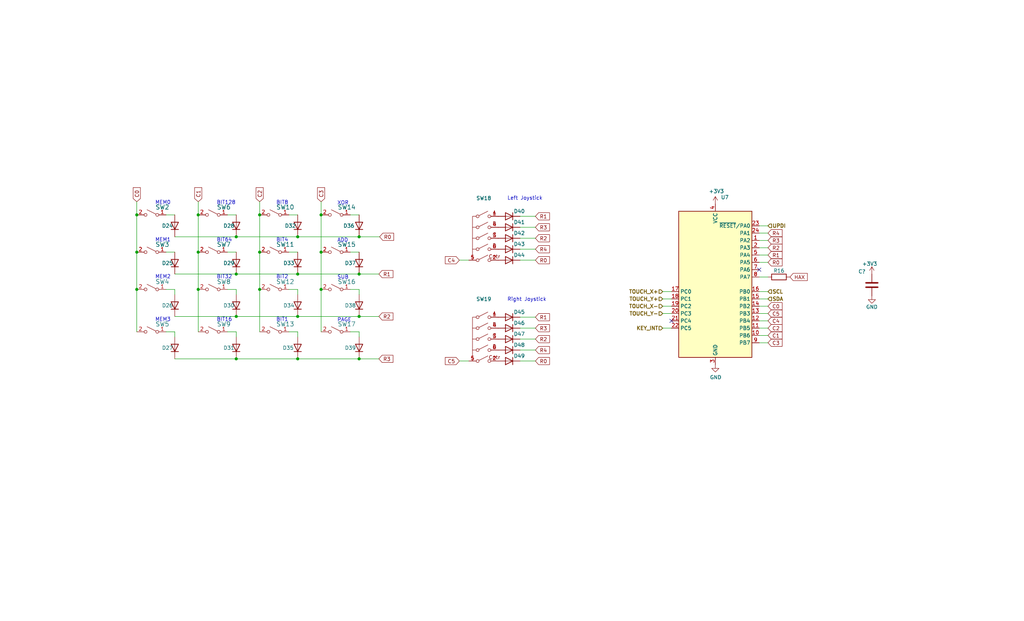
<source format=kicad_sch>
(kicad_sch (version 20211123) (generator eeschema)
  (paper "USLegal")
  (title_block (title "DC801 Badge - BM") (date "2022-09-11") (rev "1.1") (company "DC801") (comment 1 "codename purplewizard") (comment 4 "@hamster and the dc801 badge team"))
  (lib_symbols
    (symbol "Device:C" (pin_numbers hide) (pin_names (offset 0.254))
      (property "Reference" "C" (at 0.635 2.54 0))
      (property "Value" "C" (at 0.635 -2.54 0))
      (symbol "C_0_1"
        (polyline (pts (xy -2.032 -0.762) (xy 2.032 -0.762)) (stroke (width 0.508)))
        (polyline (pts (xy -2.032 0.762) (xy 2.032 0.762)) (stroke (width 0.508)))
      )
      (symbol "C_1_1"
        (pin passive line (at 0 3.81 270) (length 2.794) (name "~") (number "1"))
        (pin passive line (at 0 -3.81 90) (length 2.794) (name "~") (number "2"))
      )
    )
    (symbol "Device:D" (pin_numbers hide) (pin_names (offset 1.016) hide)
      (property "Reference" "D" (at 0 2.54 0))
      (property "Value" "D" (at 0 -2.54 0))
      (symbol "D_0_1"
        (polyline (pts (xy -1.27 1.27) (xy -1.27 -1.27)) (stroke (width 0.254)))
        (polyline (pts (xy 1.27 0) (xy -1.27 0)))
        (polyline (pts (xy 1.27 1.27) (xy 1.27 -1.27) (xy -1.27 0) (xy 1.27 1.27)) (stroke (width 0.254)))
      )
      (symbol "D_1_1"
        (pin passive line (at -3.81 0 0) (length 2.54) (name "K") (number "1"))
        (pin passive line (at 3.81 0 180) (length 2.54) (name "A") (number "2"))
      )
    )
    (symbol "Device:R" (pin_numbers hide) (pin_names (offset 0))
      (property "Reference" "R" (at 2.032 0 90))
      (property "Value" "R" (at 0 0 90))
      (symbol "R_0_1"
        (rectangle (start -1.016 -2.54) (end 1.016 2.54) (stroke (width 0.254)))
      )
      (symbol "R_1_1"
        (pin passive line (at 0 3.81 270) (length 1.27) (name "~") (number "1"))
        (pin passive line (at 0 -3.81 90) (length 1.27) (name "~") (number "2"))
      )
    )
    (symbol "MCU_Microchip_ATtiny:ATtiny1617-M"
      (property "Reference" "U" (at -12.7 26.67 0))
      (property "Value" "ATtiny1617-M" (at 2.54 -26.67 0))
      (symbol "ATtiny1617-M_0_1"
        (rectangle (start -12.7 -25.4) (end 12.7 25.4) (stroke (width 0.254)) (fill (type background)))
      )
      (symbol "ATtiny1617-M_1_1"
        (pin bidirectional line (at 15.24 15.24 180) (length 2.54) (name "PA2") (number "1"))
        (pin bidirectional line (at 15.24 -17.78 180) (length 2.54) (name "PB6") (number "10"))
        (pin bidirectional line (at 15.24 -15.24 180) (length 2.54) (name "PB5") (number "11"))
        (pin bidirectional line (at 15.24 -12.7 180) (length 2.54) (name "PB4") (number "12"))
        (pin bidirectional line (at 15.24 -10.16 180) (length 2.54) (name "PB3") (number "13"))
        (pin bidirectional line (at 15.24 -7.62 180) (length 2.54) (name "PB2") (number "14"))
        (pin bidirectional line (at 15.24 -5.08 180) (length 2.54) (name "PB1") (number "15"))
        (pin bidirectional line (at 15.24 -2.54 180) (length 2.54) (name "PB0") (number "16"))
        (pin bidirectional line (at -15.24 -2.54 0) (length 2.54) (name "PC0") (number "17"))
        (pin bidirectional line (at -15.24 -5.08 0) (length 2.54) (name "PC1") (number "18"))
        (pin bidirectional line (at -15.24 -7.62 0) (length 2.54) (name "PC2") (number "19"))
        (pin bidirectional line (at 15.24 12.7 180) (length 2.54) (name "PA3") (number "2"))
        (pin bidirectional line (at -15.24 -10.16 0) (length 2.54) (name "PC3") (number "20"))
        (pin bidirectional line (at -15.24 -12.7 0) (length 2.54) (name "PC4") (number "21"))
        (pin bidirectional line (at -15.24 -15.24 0) (length 2.54) (name "PC5") (number "22"))
        (pin bidirectional line (at 15.24 20.32 180) (length 2.54) (name "~{RESET}/PA0") (number "23"))
        (pin bidirectional line (at 15.24 17.78 180) (length 2.54) (name "PA1") (number "24"))
        (pin passive line (at 0 -27.94 90) (length 2.54) hide (name "GND") (number "25"))
        (pin power_in line (at 0 -27.94 90) (length 2.54) (name "GND") (number "3"))
        (pin power_in line (at 0 27.94 270) (length 2.54) (name "VCC") (number "4"))
        (pin bidirectional line (at 15.24 10.16 180) (length 2.54) (name "PA4") (number "5"))
        (pin bidirectional line (at 15.24 7.62 180) (length 2.54) (name "PA5") (number "6"))
        (pin bidirectional line (at 15.24 5.08 180) (length 2.54) (name "PA6") (number "7"))
        (pin bidirectional line (at 15.24 2.54 180) (length 2.54) (name "PA7") (number "8"))
        (pin bidirectional line (at 15.24 -20.32 180) (length 2.54) (name "PB7") (number "9"))
      )
    )
    (symbol "SKRHABE010:SKRHABE010" (pin_names (offset 0) hide)
      (property "Reference" "SW" (at 0 10.16 0))
      (property "Value" "SKRHABE010" (at 0 -10.16 0))
      (symbol "SKRHABE010_0_0"
        (circle (center -2.032 -7.62) (radius 0.508))
        (circle (center -2.032 -3.81) (radius 0.508))
        (circle (center -2.032 0) (radius 0.508))
        (circle (center -2.032 3.81) (radius 0.508))
        (circle (center -2.032 7.62) (radius 0.508))
        (polyline (pts (xy -1.524 -7.366) (xy 1.524 -5.842)))
        (polyline (pts (xy -1.524 -3.556) (xy 1.524 -2.032)))
        (polyline (pts (xy -1.524 0.254) (xy 1.524 1.778)))
        (polyline (pts (xy -1.524 4.064) (xy 1.524 5.588)))
        (polyline (pts (xy -1.524 7.874) (xy 1.524 9.398)))
        (polyline (pts (xy -2.54 7.62) (xy -3.81 7.62) (xy -3.81 -7.62)))
        (circle (center 2.032 -7.62) (radius 0.508))
        (circle (center 2.032 -3.81) (radius 0.508))
        (circle (center 2.032 0) (radius 0.508))
        (circle (center 2.032 3.81) (radius 0.508))
        (circle (center 2.032 7.62) (radius 0.508))
        (text "A" (at 3.81 8.89 0) (effects (font (size 1.27 1.27))))
        (text "B" (at 3.81 5.08 0) (effects (font (size 1.27 1.27))))
        (text "C" (at 3.81 1.27 0) (effects (font (size 1.27 1.27))))
        (text "Cntr" (at 3.81 -6.35 0) (effects (font (size 1.27 1.27))))
        (text "D" (at 3.81 -2.54 0) (effects (font (size 1.27 1.27))))
      )
      (symbol "SKRHABE010_0_1"
        (polyline (pts (xy -2.54 -3.81) (xy -3.81 -3.81)))
        (polyline (pts (xy -2.54 0) (xy -3.81 0)))
        (polyline (pts (xy -2.54 3.81) (xy -3.81 3.81)))
      )
      (symbol "SKRHABE010_1_1"
        (pin passive line (at 5.08 7.62 180) (length 2.54) (name "A") (number "1"))
        (pin passive line (at 5.08 -7.62 180) (length 2.54) (name "Center") (number "2"))
        (pin passive line (at 5.08 0 180) (length 2.54) (name "C") (number "3"))
        (pin passive line (at 5.08 3.81 180) (length 2.54) (name "B") (number "4"))
        (pin passive line (at -5.08 -7.62 0) (length 2.54) (name "Common") (number "5"))
        (pin passive line (at 5.08 -3.81 180) (length 2.54) (name "D") (number "6"))
      )
    )
    (symbol "Switch:SW_SPST" (pin_names (offset 0) hide)
      (property "Reference" "SW" (at 0 3.175 0))
      (property "Value" "SW_SPST" (at 0 -2.54 0))
      (symbol "SW_SPST_0_0"
        (circle (center -2.032 0) (radius 0.508))
        (polyline (pts (xy -1.524 0.254) (xy 1.524 1.778)))
        (circle (center 2.032 0) (radius 0.508))
      )
      (symbol "SW_SPST_1_1"
        (pin passive line (at -5.08 0 0) (length 2.54) (name "A") (number "1"))
        (pin passive line (at 5.08 0 180) (length 2.54) (name "B") (number "2"))
      )
    )
    (symbol "power:+3.3V" (power) (pin_names (offset 0))
      (property "Value" "+3.3V" (at 0 3.556 0))
      (symbol "+3.3V_0_1"
        (polyline (pts (xy -0.762 1.27) (xy 0 2.54)))
        (polyline (pts (xy 0 0) (xy 0 2.54)))
        (polyline (pts (xy 0 2.54) (xy 0.762 1.27)))
      )
      (symbol "+3.3V_1_1"
        (pin power_in line (at 0 0 90) (length 0) hide (name "+3V3") (number "1"))
      )
    )
    (symbol "power:+3V3" (power) (pin_names (offset 0))
      (property "Value" "+3V3" (at 0 3.556 0))
      (symbol "+3V3_0_1"
        (polyline (pts (xy -0.762 1.27) (xy 0 2.54)))
        (polyline (pts (xy 0 0) (xy 0 2.54)))
        (polyline (pts (xy 0 2.54) (xy 0.762 1.27)))
      )
      (symbol "+3V3_1_1"
        (pin power_in line (at 0 0 90) (length 0) hide (name "+3V3") (number "1"))
      )
    )
    (symbol "power:GND" (power) (pin_names (offset 0))
      (property "Value" "GND" (at 0 -3.81 0))
      (symbol "GND_0_1"
        (polyline (pts (xy 0 0) (xy 0 -1.27) (xy 1.27 -1.27) (xy 0 -2.54) (xy -1.27 -1.27) (xy 0 -1.27)))
      )
      (symbol "GND_1_1"
        (pin power_in line (at 0 0 270) (length 0) hide (name "GND") (number "1"))
      )
    )
  )
  (junction (at 124.714 109.982))
  (junction (at 103.378 82.296))
  (junction (at 124.714 95.25))
  (junction (at 82.042 95.25))
  (junction (at 103.378 109.982))
  (junction (at 90.17 100.584))
  (junction (at 68.834 100.584))
  (junction (at 124.714 82.296))
  (junction (at 47.498 74.676))
  (junction (at 47.498 87.63))
  (junction (at 111.506 74.676))
  (junction (at 90.17 74.676))
  (junction (at 47.498 100.584))
  (junction (at 68.834 87.63))
  (junction (at 124.714 124.714))
  (junction (at 68.834 74.676))
  (junction (at 82.042 109.982))
  (junction (at 82.042 82.296))
  (junction (at 111.506 100.584))
  (junction (at 82.042 124.714))
  (junction (at 103.378 124.714))
  (junction (at 90.17 87.63))
  (junction (at 103.378 95.25))
  (junction (at 111.506 87.63))
  (no_connect (at 263.652 93.726))
  (no_connect (at 233.172 111.506))
  (wire (pts (xy 47.498 100.584) (xy 47.498 115.316)))
  (wire (pts (xy 60.706 82.296) (xy 82.042 82.296)))
  (wire (pts (xy 230.124 103.886) (xy 233.172 103.886)))
  (wire (pts (xy 230.124 108.966) (xy 233.172 108.966)))
  (wire (pts (xy 103.378 100.584) (xy 103.378 102.362)))
  (wire (pts (xy 111.506 87.63) (xy 111.506 100.584)))
  (wire (pts (xy 100.33 87.63) (xy 103.378 87.63)))
  (wire (pts (xy 90.17 100.584) (xy 90.17 115.316)))
  (wire (pts (xy 180.594 110.236) (xy 185.928 110.236)))
  (wire (pts (xy 82.042 100.584) (xy 82.042 102.362)))
  (wire (pts (xy 68.834 70.104) (xy 68.834 74.676)))
  (wire (pts (xy 266.7 101.346) (xy 263.652 101.346)))
  (wire (pts (xy 263.652 96.266) (xy 266.7 96.266)))
  (wire (pts (xy 263.652 114.046) (xy 266.7 114.046)))
  (wire (pts (xy 100.33 74.676) (xy 103.378 74.676)))
  (wire (pts (xy 180.594 86.614) (xy 185.928 86.614)))
  (wire (pts (xy 124.714 109.982) (xy 131.572 109.982)))
  (wire (pts (xy 103.378 109.982) (xy 124.714 109.982)))
  (wire (pts (xy 60.706 124.714) (xy 82.042 124.714)))
  (wire (pts (xy 82.042 95.25) (xy 103.378 95.25)))
  (wire (pts (xy 159.512 90.424) (xy 162.814 90.424)))
  (wire (pts (xy 121.666 115.316) (xy 124.714 115.316)))
  (wire (pts (xy 111.506 70.104) (xy 111.506 74.676)))
  (wire (pts (xy 124.714 82.296) (xy 131.826 82.296)))
  (wire (pts (xy 68.834 100.584) (xy 68.834 115.316)))
  (wire (pts (xy 263.652 119.126) (xy 266.7 119.126)))
  (wire (pts (xy 57.658 74.676) (xy 60.706 74.676)))
  (wire (pts (xy 121.666 87.63) (xy 124.714 87.63)))
  (wire (pts (xy 100.33 115.316) (xy 103.378 115.316)))
  (wire (pts (xy 185.928 90.424) (xy 180.594 90.424)))
  (wire (pts (xy 82.042 109.982) (xy 103.378 109.982)))
  (wire (pts (xy 266.7 81.026) (xy 263.652 81.026)))
  (wire (pts (xy 266.7 103.886) (xy 263.652 103.886)))
  (wire (pts (xy 266.7 83.566) (xy 263.652 83.566)))
  (wire (pts (xy 263.652 88.646) (xy 266.7 88.646)))
  (wire (pts (xy 263.652 111.506) (xy 266.7 111.506)))
  (wire (pts (xy 230.124 101.346) (xy 233.172 101.346)))
  (wire (pts (xy 60.706 109.982) (xy 82.042 109.982)))
  (wire (pts (xy 180.594 75.184) (xy 185.928 75.184)))
  (wire (pts (xy 90.17 70.104) (xy 90.17 74.676)))
  (wire (pts (xy 124.714 124.714) (xy 131.572 124.714)))
  (wire (pts (xy 78.994 115.316) (xy 82.042 115.316)))
  (wire (pts (xy 82.042 124.714) (xy 103.378 124.714)))
  (wire (pts (xy 230.124 106.426) (xy 233.172 106.426)))
  (wire (pts (xy 103.378 124.714) (xy 124.714 124.714)))
  (wire (pts (xy 124.714 95.25) (xy 131.572 95.25)))
  (wire (pts (xy 121.666 74.676) (xy 124.714 74.676)))
  (wire (pts (xy 103.378 95.25) (xy 124.714 95.25)))
  (wire (pts (xy 90.17 87.63) (xy 90.17 100.584)))
  (wire (pts (xy 266.7 91.186) (xy 263.652 91.186)))
  (wire (pts (xy 124.714 115.316) (xy 124.714 117.094)))
  (wire (pts (xy 78.994 74.676) (xy 82.042 74.676)))
  (wire (pts (xy 230.124 114.046) (xy 233.172 114.046)))
  (wire (pts (xy 266.7 78.486) (xy 263.652 78.486)))
  (wire (pts (xy 82.042 82.296) (xy 103.378 82.296)))
  (wire (pts (xy 180.594 82.804) (xy 185.928 82.804)))
  (wire (pts (xy 78.994 100.584) (xy 82.042 100.584)))
  (wire (pts (xy 57.658 87.63) (xy 60.706 87.63)))
  (wire (pts (xy 121.666 100.584) (xy 124.714 100.584)))
  (wire (pts (xy 266.7 108.966) (xy 263.652 108.966)))
  (wire (pts (xy 60.706 100.584) (xy 60.706 102.362)))
  (wire (pts (xy 82.042 115.316) (xy 82.042 117.094)))
  (wire (pts (xy 47.498 74.676) (xy 47.498 87.63)))
  (wire (pts (xy 124.714 100.584) (xy 124.714 102.362)))
  (wire (pts (xy 47.498 87.63) (xy 47.498 100.584)))
  (wire (pts (xy 90.17 74.676) (xy 90.17 87.63)))
  (wire (pts (xy 266.7 106.426) (xy 263.652 106.426)))
  (wire (pts (xy 180.594 114.046) (xy 185.928 114.046)))
  (wire (pts (xy 68.834 87.63) (xy 68.834 100.584)))
  (wire (pts (xy 100.33 100.584) (xy 103.378 100.584)))
  (wire (pts (xy 78.994 87.63) (xy 82.042 87.63)))
  (wire (pts (xy 103.378 115.316) (xy 103.378 117.094)))
  (wire (pts (xy 180.594 117.856) (xy 185.928 117.856)))
  (wire (pts (xy 263.652 116.586) (xy 266.7 116.586)))
  (wire (pts (xy 57.658 100.584) (xy 60.706 100.584)))
  (wire (pts (xy 103.378 82.296) (xy 124.714 82.296)))
  (wire (pts (xy 57.658 115.316) (xy 60.706 115.316)))
  (wire (pts (xy 180.594 121.666) (xy 185.928 121.666)))
  (wire (pts (xy 180.594 78.994) (xy 185.928 78.994)))
  (wire (pts (xy 60.706 115.316) (xy 60.706 117.094)))
  (wire (pts (xy 47.498 70.104) (xy 47.498 74.676)))
  (wire (pts (xy 68.834 74.676) (xy 68.834 87.63)))
  (wire (pts (xy 60.706 95.25) (xy 82.042 95.25)))
  (wire (pts (xy 111.506 100.584) (xy 111.506 115.316)))
  (wire (pts (xy 111.506 74.676) (xy 111.506 87.63)))
  (wire (pts (xy 159.512 125.476) (xy 162.814 125.476)))
  (wire (pts (xy 185.928 125.476) (xy 180.594 125.476)))
  (wire (pts (xy 263.652 86.106) (xy 266.7 86.106)))
  (text "BIT32" (at 75.184 97.028 0) (effects (font (size 1.27 1.27)) (justify left bottom)))
  (text "XOR" (at 117.094 71.374 0) (effects (font (size 1.27 1.27)) (justify left bottom)))
  (text "BIT64" (at 75.184 84.201 0) (effects (font (size 1.27 1.27)) (justify left bottom)))
  (text "BIT4" (at 95.885 84.201 0) (effects (font (size 1.27 1.27)) (justify left bottom)))
  (text "MEM3" (at 53.848 111.887 0) (effects (font (size 1.27 1.27)) (justify left bottom)))
  (text "ADD" (at 117.094 84.328 0) (effects (font (size 1.27 1.27)) (justify left bottom)))
  (text "BIT1" (at 95.885 111.887 0) (effects (font (size 1.27 1.27)) (justify left bottom)))
  (text "SUB" (at 117.094 97.155 0) (effects (font (size 1.27 1.27)) (justify left bottom)))
  (text "BIT2" (at 95.885 97.028 0) (effects (font (size 1.27 1.27)) (justify left bottom)))
  (text "BIT8" (at 95.885 71.247 0) (effects (font (size 1.27 1.27)) (justify left bottom)))
  (text "BIT16" (at 75.184 111.887 0) (effects (font (size 1.27 1.27)) (justify left bottom)))
  (text "Left Joystick" (at 176.149 69.723 0) (effects (font (size 1.27 1.27)) (justify left bottom)))
  (text "MEM0" (at 53.848 71.247 0) (effects (font (size 1.27 1.27)) (justify left bottom)))
  (text "Right Joystick" (at 176.149 104.902 0) (effects (font (size 1.27 1.27)) (justify left bottom)))
  (text "MEM2" (at 53.848 97.028 0) (effects (font (size 1.27 1.27)) (justify left bottom)))
  (text "BIT128" (at 75.184 71.247 0) (effects (font (size 1.27 1.27)) (justify left bottom)))
  (text "PAGE" (at 117.094 112.014 0) (effects (font (size 1.27 1.27)) (justify left bottom)))
  (text "MEM1" (at 53.848 84.201 0) (effects (font (size 1.27 1.27)) (justify left bottom)))
  (global_label "R2" (shape input) (at 185.928 117.856 0) (property "Intersheet References" "${INTERSHEET_REFS}" (effects hide)))
  (global_label "C0" (shape input) (at 266.7 106.426 0) (property "Intersheet References" "${INTERSHEET_REFS}" (effects hide)))
  (global_label "R2" (shape input) (at 131.572 109.982 0) (property "Intersheet References" "${INTERSHEET_REFS}" (effects hide)))
  (global_label "R1" (shape input) (at 185.928 75.184 0) (property "Intersheet References" "${INTERSHEET_REFS}" (effects hide)))
  (global_label "R3" (shape input) (at 185.928 78.994 0) (property "Intersheet References" "${INTERSHEET_REFS}" (effects hide)))
  (global_label "C4" (shape input) (at 159.512 90.424 180) (property "Intersheet References" "${INTERSHEET_REFS}" (effects hide)))
  (global_label "R3" (shape input) (at 185.928 114.046 0) (property "Intersheet References" "${INTERSHEET_REFS}" (effects hide)))
  (global_label "C5" (shape input) (at 159.512 125.476 180) (property "Intersheet References" "${INTERSHEET_REFS}" (effects hide)))
  (global_label "R0" (shape input) (at 185.928 90.424 0) (property "Intersheet References" "${INTERSHEET_REFS}" (effects hide)))
  (global_label "R1" (shape input) (at 131.572 95.25 0) (property "Intersheet References" "${INTERSHEET_REFS}" (effects hide)))
  (global_label "R4" (shape input) (at 185.928 121.666 0) (property "Intersheet References" "${INTERSHEET_REFS}" (effects hide)))
  (global_label "HAX" (shape input) (at 274.32 96.266 0) (property "Intersheet References" "${INTERSHEET_REFS}" (effects hide)))
  (global_label "R0" (shape input) (at 185.928 125.476 0) (property "Intersheet References" "${INTERSHEET_REFS}" (effects hide)))
  (global_label "C2" (shape input) (at 266.7 114.046 0) (property "Intersheet References" "${INTERSHEET_REFS}" (effects hide)))
  (global_label "R0" (shape input) (at 266.7 91.186 0) (property "Intersheet References" "${INTERSHEET_REFS}" (effects hide)))
  (global_label "C4" (shape input) (at 266.7 111.506 0) (property "Intersheet References" "${INTERSHEET_REFS}" (effects hide)))
  (global_label "C5" (shape input) (at 266.7 108.966 0) (property "Intersheet References" "${INTERSHEET_REFS}" (effects hide)))
  (global_label "C1" (shape input) (at 68.834 70.104 90) (property "Intersheet References" "${INTERSHEET_REFS}" (effects hide)))
  (global_label "R0" (shape input) (at 131.826 82.296 0) (property "Intersheet References" "${INTERSHEET_REFS}" (effects hide)))
  (global_label "R1" (shape input) (at 185.928 110.236 0) (property "Intersheet References" "${INTERSHEET_REFS}" (effects hide)))
  (global_label "C1" (shape input) (at 266.7 116.586 0) (property "Intersheet References" "${INTERSHEET_REFS}" (effects hide)))
  (global_label "R2" (shape input) (at 266.7 86.106 0) (property "Intersheet References" "${INTERSHEET_REFS}" (effects hide)))
  (global_label "R3" (shape input) (at 266.7 83.566 0) (property "Intersheet References" "${INTERSHEET_REFS}" (effects hide)))
  (global_label "C2" (shape input) (at 90.17 70.104 90) (property "Intersheet References" "${INTERSHEET_REFS}" (effects hide)))
  (global_label "C3" (shape input) (at 111.506 70.104 90) (property "Intersheet References" "${INTERSHEET_REFS}" (effects hide)))
  (global_label "C0" (shape input) (at 47.498 70.104 90) (property "Intersheet References" "${INTERSHEET_REFS}" (effects hide)))
  (global_label "R4" (shape input) (at 185.928 86.614 0) (property "Intersheet References" "${INTERSHEET_REFS}" (effects hide)))
  (global_label "R1" (shape input) (at 266.7 88.646 0) (property "Intersheet References" "${INTERSHEET_REFS}" (effects hide)))
  (global_label "R3" (shape input) (at 131.572 124.714 0) (property "Intersheet References" "${INTERSHEET_REFS}" (effects hide)))
  (global_label "C3" (shape input) (at 266.7 119.126 0) (property "Intersheet References" "${INTERSHEET_REFS}" (effects hide)))
  (global_label "R4" (shape input) (at 266.7 81.026 0) (property "Intersheet References" "${INTERSHEET_REFS}" (effects hide)))
  (global_label "R2" (shape input) (at 185.928 82.804 0) (property "Intersheet References" "${INTERSHEET_REFS}" (effects hide)))
  (hierarchical_label "UPDI" (shape input) (at 266.7 78.486 0) (effects (font (thickness 0.254) bold)))
  (hierarchical_label "TOUCH_Y+" (shape input) (at 230.124 103.886 180) (effects (font (thickness 0.254) bold)))
  (hierarchical_label "TOUCH_X-" (shape input) (at 230.124 106.426 180) (effects (font (thickness 0.254) bold)))
  (hierarchical_label "SDA" (shape input) (at 266.7 103.886 0) (effects (font (thickness 0.254) bold)))
  (hierarchical_label "KEY_INT" (shape input) (at 230.124 114.046 180) (effects (font (thickness 0.254) bold)))
  (hierarchical_label "TOUCH_X+" (shape input) (at 230.124 101.346 180) (effects (font (thickness 0.254) bold)))
  (hierarchical_label "SCL" (shape input) (at 266.7 101.346 0) (effects (font (thickness 0.254) bold)))
  (hierarchical_label "TOUCH_Y-" (shape input) (at 230.124 108.966 180) (effects (font (thickness 0.254) bold)))
  (symbol (lib_id "Device:D") (at 82.042 78.486 90) (unit 1)
    (property "Reference" "D28" (at 79.502 78.486 90))
    (property "Footprint" "Diode_SMD:D_SOD-523" (effects hide))
  )
  (symbol (lib_id "Device:D") (at 103.378 78.486 90) (unit 1)
    (property "Reference" "D32" (at 100.838 78.486 90))
    (property "Footprint" "Diode_SMD:D_SOD-523" (effects hide))
  )
  (symbol (lib_id "Device:D") (at 124.714 78.486 90) (unit 1)
    (property "Reference" "D36" (at 121.158 78.486 90))
    (property "Value" "D_ALT" (effects hide))
    (property "Footprint" "Diode_SMD:D_SOD-523" (effects hide))
  )
  (symbol (lib_id "Device:D") (at 82.042 91.44 90) (unit 1)
    (property "Reference" "D29" (at 79.502 91.44 90))
    (property "Footprint" "Diode_SMD:D_SOD-523" (effects hide))
  )
  (symbol (lib_id "Device:D") (at 103.378 91.44 90) (unit 1)
    (property "Reference" "D33" (at 100.33 91.44 90))
    (property "Footprint" "Diode_SMD:D_SOD-523" (effects hide))
  )
  (symbol (lib_id "Device:D") (at 124.714 91.44 90) (unit 1)
    (property "Reference" "D37" (at 121.666 91.44 90))
    (property "Footprint" "Diode_SMD:D_SOD-523" (effects hide))
  )
  (symbol (lib_id "Device:D") (at 82.042 106.172 90) (unit 1)
    (property "Reference" "D30" (at 79.502 106.172 90))
    (property "Footprint" "Diode_SMD:D_SOD-523" (effects hide))
  )
  (symbol (lib_id "Device:D") (at 103.378 106.172 90) (unit 1)
    (property "Reference" "D34" (at 100.33 106.172 90))
    (property "Footprint" "Diode_SMD:D_SOD-523" (effects hide))
  )
  (symbol (lib_id "Device:D") (at 124.714 106.172 90) (unit 1)
    (property "Reference" "D38" (at 121.666 106.172 90))
    (property "Value" "D_ALT" (effects hide))
    (property "Footprint" "Diode_SMD:D_SOD-523" (effects hide))
  )
  (symbol (lib_id "Device:D") (at 82.042 120.904 90) (unit 1)
    (property "Reference" "D31" (at 79.502 120.904 90))
    (property "Footprint" "Diode_SMD:D_SOD-523" (effects hide))
  )
  (symbol (lib_id "Device:D") (at 103.378 120.904 90) (unit 1)
    (property "Reference" "D35" (at 100.076 120.904 90))
    (property "Footprint" "Diode_SMD:D_SOD-523" (effects hide))
  )
  (symbol (lib_id "Device:D") (at 124.714 120.904 90) (unit 1)
    (property "Reference" "D39" (at 121.666 120.904 90))
    (property "Footprint" "Diode_SMD:D_SOD-523" (effects hide))
  )
  (symbol (lib_id "SKRHABE010:SKRHABE010") (at 167.894 82.804 0) (unit 1)
    (property "Reference" "SW18" (at 167.9956 68.8848 0))
  )
  (symbol (lib_id "SKRHABE010:SKRHABE010") (at 167.894 117.856 0) (unit 1)
    (property "Reference" "SW19" (at 167.9956 103.9368 0))
  )
  (symbol (lib_id "Device:D") (at 176.784 110.236 180) (unit 1)
    (property "Reference" "D45" (at 180.34 108.458 0))
    (property "Footprint" "Diode_SMD:D_SOD-523" (effects hide))
  )
  (symbol (lib_id "Device:D") (at 176.784 117.856 180) (unit 1)
    (property "Reference" "D47" (at 180.34 116.078 0))
    (property "Footprint" "Diode_SMD:D_SOD-523" (effects hide))
  )
  (symbol (lib_id "Device:D") (at 176.784 114.046 180) (unit 1)
    (property "Reference" "D46" (at 180.34 112.268 0))
    (property "Footprint" "Diode_SMD:D_SOD-523" (effects hide))
  )
  (symbol (lib_id "Device:D") (at 176.784 121.666 180) (unit 1)
    (property "Reference" "D48" (at 180.34 119.888 0))
    (property "Footprint" "Diode_SMD:D_SOD-523" (effects hide))
  )
  (symbol (lib_id "Device:D") (at 176.784 86.614 180) (unit 1)
    (property "Reference" "D43" (at 180.34 84.836 0))
    (property "Footprint" "Diode_SMD:D_SOD-523" (effects hide))
  )
  (symbol (lib_id "Device:D") (at 176.784 78.994 180) (unit 1)
    (property "Reference" "D41" (at 180.34 77.216 0))
    (property "Footprint" "Diode_SMD:D_SOD-523" (effects hide))
  )
  (symbol (lib_id "Device:D") (at 176.784 82.804 180) (unit 1)
    (property "Reference" "D42" (at 180.34 81.026 0))
    (property "Footprint" "Diode_SMD:D_SOD-523" (effects hide))
  )
  (symbol (lib_id "Device:D") (at 176.784 75.184 180) (unit 1)
    (property "Reference" "D40" (at 180.34 73.406 0))
    (property "Footprint" "Diode_SMD:D_SOD-523" (effects hide))
  )
  (symbol (lib_id "Device:D") (at 176.784 90.424 180) (unit 1)
    (property "Reference" "D44" (at 180.34 88.646 0))
    (property "Footprint" "Diode_SMD:D_SOD-523" (effects hide))
  )
  (symbol (lib_id "Device:D") (at 60.706 78.486 90) (unit 1)
    (property "Reference" "D24" (at 58.166 78.486 90))
    (property "Footprint" "Diode_SMD:D_SOD-523" (effects hide))
  )
  (symbol (lib_id "Device:D") (at 60.706 91.44 90) (unit 1)
    (property "Reference" "D25" (at 58.166 91.44 90))
    (property "Footprint" "Diode_SMD:D_SOD-523" (effects hide))
  )
  (symbol (lib_id "Device:D") (at 60.706 106.172 90) (unit 1)
    (property "Reference" "D26" (at 58.166 106.172 90))
    (property "Footprint" "Diode_SMD:D_SOD-523" (effects hide))
  )
  (symbol (lib_id "Device:D") (at 60.706 120.904 90) (unit 1)
    (property "Reference" "D27" (at 58.166 120.904 90))
    (property "Footprint" "Diode_SMD:D_SOD-523" (effects hide))
  )
  (symbol (lib_id "Switch:SW_SPST") (at 52.578 74.676 0) (mirror y) (unit 1)
    (property "Reference" "SW2" (at 56.388 72.009 0) (effects (font (size 1.524 1.524))))
  )
  (symbol (lib_id "Switch:SW_SPST") (at 52.578 87.63 0) (mirror y) (unit 1)
    (property "Reference" "SW3" (at 56.388 84.963 0) (effects (font (size 1.524 1.524))))
  )
  (symbol (lib_id "Switch:SW_SPST") (at 52.578 100.584 0) (mirror y) (unit 1)
    (property "Reference" "SW4" (at 56.388 97.917 0) (effects (font (size 1.524 1.524))))
  )
  (symbol (lib_id "Switch:SW_SPST") (at 52.578 115.316 0) (mirror y) (unit 1)
    (property "Reference" "SW5" (at 56.388 112.649 0) (effects (font (size 1.524 1.524))))
  )
  (symbol (lib_id "power:+3V3") (at 302.768 95.25 0) (unit 1)
    (property "Reference" "#PWR?" (effects hide))
  )
  (symbol (lib_id "power:GND") (at 302.768 102.87 0) (unit 1)
    (property "Reference" "#PWR?" (effects hide))
  )
  (symbol (lib_id "Device:C") (at 302.768 99.06 180) (unit 1)
    (property "Reference" "C?" (at 299.339 94.361 0))
  )
  (symbol (lib_id "Device:R") (at 270.51 96.266 270) (unit 1)
    (property "Reference" "R16" (at 270.51 94.107 90))
  )
  (symbol (lib_id "Switch:SW_SPST") (at 73.914 74.676 0) (mirror y) (unit 1)
    (property "Reference" "SW6" (at 77.724 72.009 0) (effects (font (size 1.524 1.524))))
  )
  (symbol (lib_id "Switch:SW_SPST") (at 73.914 87.63 0) (mirror y) (unit 1)
    (property "Reference" "SW7" (at 77.724 84.963 0) (effects (font (size 1.524 1.524))))
  )
  (symbol (lib_id "Switch:SW_SPST") (at 73.914 100.584 0) (mirror y) (unit 1)
    (property "Reference" "SW8" (at 77.724 97.917 0) (effects (font (size 1.524 1.524))))
  )
  (symbol (lib_id "Switch:SW_SPST") (at 73.914 115.316 0) (mirror y) (unit 1)
    (property "Reference" "SW9" (at 77.724 112.649 0) (effects (font (size 1.524 1.524))))
  )
  (symbol (lib_id "Switch:SW_SPST") (at 95.25 74.676 0) (mirror y) (unit 1)
    (property "Reference" "SW10" (at 99.06 72.009 0) (effects (font (size 1.524 1.524))))
  )
  (symbol (lib_id "Switch:SW_SPST") (at 95.25 87.63 0) (mirror y) (unit 1)
    (property "Reference" "SW11" (at 99.06 84.963 0) (effects (font (size 1.524 1.524))))
  )
  (symbol (lib_id "Switch:SW_SPST") (at 95.25 100.584 0) (mirror y) (unit 1)
    (property "Reference" "SW12" (at 99.06 97.917 0) (effects (font (size 1.524 1.524))))
  )
  (symbol (lib_id "Switch:SW_SPST") (at 95.25 115.316 0) (mirror y) (unit 1)
    (property "Reference" "SW13" (at 99.06 112.649 0) (effects (font (size 1.524 1.524))))
  )
  (symbol (lib_id "Switch:SW_SPST") (at 116.586 74.676 0) (mirror y) (unit 1)
    (property "Reference" "SW14" (at 120.396 72.009 0) (effects (font (size 1.524 1.524))))
  )
  (symbol (lib_id "Switch:SW_SPST") (at 116.586 87.63 0) (mirror y) (unit 1)
    (property "Reference" "SW15" (at 120.396 84.963 0) (effects (font (size 1.524 1.524))))
  )
  (symbol (lib_id "Switch:SW_SPST") (at 116.586 100.584 0) (mirror y) (unit 1)
    (property "Reference" "SW16" (at 120.396 97.917 0) (effects (font (size 1.524 1.524))))
  )
  (symbol (lib_id "Switch:SW_SPST") (at 116.586 115.316 0) (mirror y) (unit 1)
    (property "Reference" "SW17" (at 120.396 112.649 0) (effects (font (size 1.524 1.524))))
  )
  (symbol (lib_id "Device:D") (at 176.784 125.476 180) (unit 1)
    (property "Reference" "D49" (at 180.34 123.698 0))
    (property "Footprint" "Diode_SMD:D_SOD-523" (effects hide))
  )
  (symbol (lib_id "MCU_Microchip_ATtiny:ATtiny1617-M") (at 248.412 98.806 0) (unit 1)
    (property "Reference" "U7" (at 251.714 68.58 0))
    (property "Datasheet" "http://ww1.microchip.com/downloads/en/DeviceDoc/ATtiny3217_1617-Data-Sheet-40001999B.pdf" (effects hide))
  )
  (symbol (lib_id "power:+3.3V") (at 248.412 70.866 0) (unit 1)
    (property "Reference" "#PWR076" (effects hide))
  )
  (symbol (lib_id "power:GND") (at 248.412 126.746 0) (unit 1)
    (property "Reference" "#PWR077" (effects hide))
  )
)
</source>
